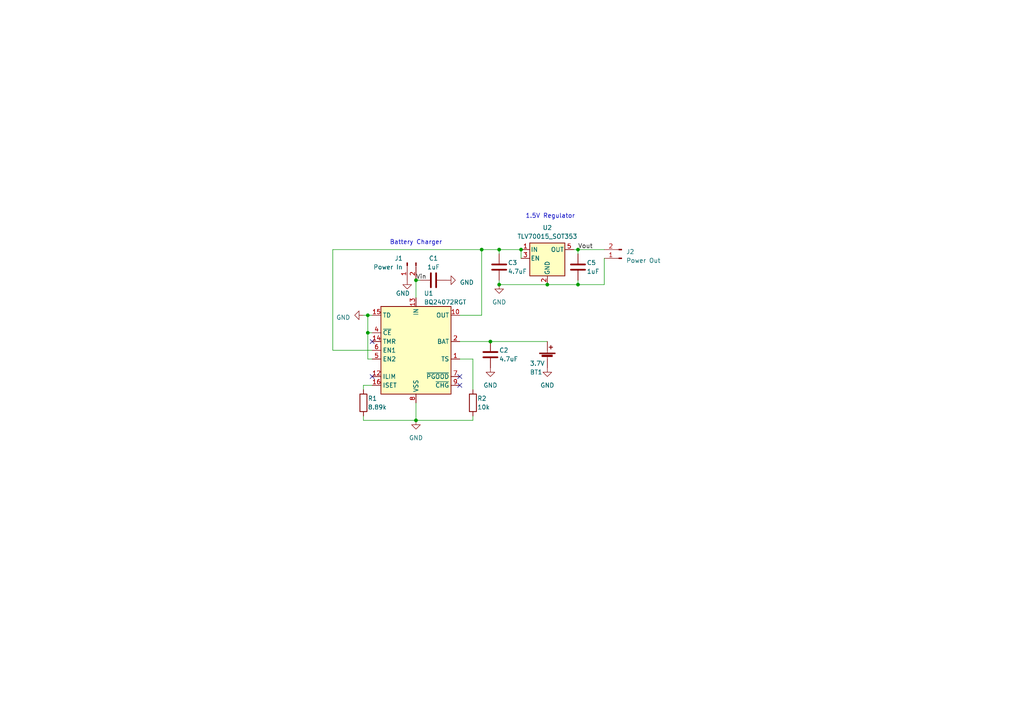
<source format=kicad_sch>
(kicad_sch (version 20231120) (generator "eeschema") (generator_version "8.0")
  (paper "A4")
  (lib_symbols
    (symbol "Battery_Management:BQ24073RGT"
      (property "Reference" "U" (at -8.89 13.97 0))
      (property "Value" "BQ24073RGT" (at 16.51 13.97 0))
      (symbol "BQ24073RGT_0_1"
        (rectangle (start -10.16 12.7) (end 10.16 -12.7) (stroke (width 0.254)) (fill (type background)))
      )
      (symbol "BQ24073RGT_1_1"
        (pin passive line (at 12.7 -2.54 180) (length 2.54) (name "TS") (number "1"))
        (pin power_out line (at 12.7 10.16 180) (length 2.54) (name "OUT") (number "10"))
        (pin passive line (at 12.7 10.16 180) (length 2.54) hide (name "OUT") (number "11"))
        (pin passive line (at -12.7 -7.62 0) (length 2.54) (name "ILIM") (number "12"))
        (pin power_in line (at 0 15.24 270) (length 2.54) (name "IN") (number "13"))
        (pin input line (at -12.7 2.54 0) (length 2.54) (name "TMR") (number "14"))
        (pin input line (at -12.7 10.16 0) (length 2.54) (name "TD") (number "15"))
        (pin passive line (at -12.7 -10.16 0) (length 2.54) (name "ISET") (number "16"))
        (pin passive line (at 0 -15.24 90) (length 2.54) hide (name "VSS") (number "17"))
        (pin power_out line (at 12.7 2.54 180) (length 2.54) (name "BAT") (number "2"))
        (pin passive line (at 12.7 2.54 180) (length 2.54) hide (name "BAT") (number "3"))
        (pin input line (at -12.7 5.08 0) (length 2.54) (name "~{CE}") (number "4"))
        (pin input line (at -12.7 -2.54 0) (length 2.54) (name "EN2") (number "5"))
        (pin input line (at -12.7 0 0) (length 2.54) (name "EN1") (number "6"))
        (pin open_collector line (at 12.7 -7.62 180) (length 2.54) (name "~{PGOOD}") (number "7"))
        (pin power_in line (at 0 -15.24 90) (length 2.54) (name "VSS") (number "8"))
        (pin open_collector line (at 12.7 -10.16 180) (length 2.54) (name "~{CHG}") (number "9"))
      )
    )
    (symbol "Connector:Conn_01x02_Pin" (pin_names (offset 1.016) hide)
      (property "Reference" "J" (at 0 2.54 0))
      (property "Value" "Conn_01x02_Pin" (at 0 -5.08 0))
      (symbol "Conn_01x02_Pin_1_1"
        (polyline (pts (xy 1.27 -2.54) (xy 0.8636 -2.54)) (stroke (width 0.1524)))
        (polyline (pts (xy 1.27 0) (xy 0.8636 0)) (stroke (width 0.1524)))
        (rectangle (start 0.8636 -2.413) (end 0 -2.667) (stroke (width 0.1524)) (fill (type outline)))
        (rectangle (start 0.8636 0.127) (end 0 -0.127) (stroke (width 0.1524)) (fill (type outline)))
        (pin passive line (at 5.08 0 180) (length 3.81) (name "Pin_1") (number "1"))
        (pin passive line (at 5.08 -2.54 180) (length 3.81) (name "Pin_2") (number "2"))
      )
    )
    (symbol "Device:Battery_Cell" (pin_numbers hide) (pin_names (offset 0) hide)
      (property "Reference" "BT" (at 2.54 2.54 0))
      (property "Value" "Battery_Cell" (at 2.54 0 0))
      (symbol "Battery_Cell_0_1"
        (rectangle (start -2.286 1.778) (end 2.286 1.524) (fill (type outline)))
        (rectangle (start -1.5748 1.1938) (end 1.4732 0.6858) (fill (type outline)))
        (polyline (pts (xy 0 0.762) (xy 0 0)))
        (polyline (pts (xy 0 1.778) (xy 0 2.54)))
        (polyline (pts (xy 0.508 3.429) (xy 1.524 3.429)) (stroke (width 0.254)))
        (polyline (pts (xy 1.016 3.937) (xy 1.016 2.921)) (stroke (width 0.254)))
      )
      (symbol "Battery_Cell_1_1"
        (pin passive line (at 0 5.08 270) (length 2.54) (name "+") (number "1"))
        (pin passive line (at 0 -2.54 90) (length 2.54) (name "-") (number "2"))
      )
    )
    (symbol "Device:C" (pin_numbers hide) (pin_names (offset 0.254))
      (property "Reference" "C" (at 0.635 2.54 0))
      (property "Value" "C" (at 0.635 -2.54 0))
      (symbol "C_0_1"
        (polyline (pts (xy -2.032 -0.762) (xy 2.032 -0.762)) (stroke (width 0.508)))
        (polyline (pts (xy -2.032 0.762) (xy 2.032 0.762)) (stroke (width 0.508)))
      )
      (symbol "C_1_1"
        (pin passive line (at 0 3.81 270) (length 2.794) (name "~") (number "1"))
        (pin passive line (at 0 -3.81 90) (length 2.794) (name "~") (number "2"))
      )
    )
    (symbol "Device:R" (pin_numbers hide) (pin_names (offset 0))
      (property "Reference" "R" (at 2.032 0 90))
      (property "Value" "R" (at 0 0 90))
      (symbol "R_0_1"
        (rectangle (start -1.016 -2.54) (end 1.016 2.54) (stroke (width 0.254)))
      )
      (symbol "R_1_1"
        (pin passive line (at 0 3.81 270) (length 1.27) (name "~") (number "1"))
        (pin passive line (at 0 -3.81 90) (length 1.27) (name "~") (number "2"))
      )
    )
    (symbol "Regulator_Linear:TLV70015_SOT353" (pin_names (offset 0.254))
      (property "Reference" "U" (at -3.81 5.715 0))
      (property "Value" "TLV70015_SOT353" (at 0 5.715 0))
      (symbol "TLV70015_SOT353_0_1"
        (rectangle (start -5.08 4.445) (end 5.08 -5.08) (stroke (width 0.254)) (fill (type background)))
      )
      (symbol "TLV70015_SOT353_1_1"
        (pin power_in line (at -7.62 2.54 0) (length 2.54) (name "IN") (number "1"))
        (pin power_in line (at 0 -7.62 90) (length 2.54) (name "GND") (number "2"))
        (pin input line (at -7.62 0 0) (length 2.54) (name "EN") (number "3"))
        (pin no_connect line (at 5.08 0 180) (length 2.54) hide (name "NC") (number "4"))
        (pin power_out line (at 7.62 2.54 180) (length 2.54) (name "OUT") (number "5"))
      )
    )
    (symbol "power:GND" (power) (pin_names (offset 0))
      (property "Value" "GND" (at 0 -3.81 0))
      (symbol "GND_0_1"
        (polyline (pts (xy 0 0) (xy 0 -1.27) (xy 1.27 -1.27) (xy 0 -2.54) (xy -1.27 -1.27) (xy 0 -1.27)))
      )
      (symbol "GND_1_1"
        (pin power_in line (at 0 0 270) (length 0) hide (name "GND") (number "1"))
      )
    )
  )
  (junction (at 139.7 72.39))
  (junction (at 158.75 82.55))
  (junction (at 167.64 82.55))
  (junction (at 144.78 72.39))
  (junction (at 120.65 121.92))
  (junction (at 151.13 72.39))
  (junction (at 144.78 82.55))
  (junction (at 106.68 91.44))
  (junction (at 167.64 72.39))
  (junction (at 142.24 99.06))
  (junction (at 120.65 81.28))
  (junction (at 106.68 96.52))
  (no_connect (at 107.95 99.06))
  (no_connect (at 133.35 109.22))
  (no_connect (at 133.35 111.76))
  (no_connect (at 107.95 109.22))
  (wire (pts (xy 144.78 81.28) (xy 144.78 82.55)))
  (wire (pts (xy 106.68 96.52) (xy 106.68 91.44)))
  (wire (pts (xy 151.13 72.39) (xy 151.13 74.93)))
  (wire (pts (xy 105.41 121.92) (xy 105.41 120.65)))
  (wire (pts (xy 175.26 74.93) (xy 175.26 82.55)))
  (wire (pts (xy 167.64 81.28) (xy 167.64 82.55)))
  (wire (pts (xy 158.75 82.55) (xy 167.64 82.55)))
  (wire (pts (xy 107.95 96.52) (xy 106.68 96.52)))
  (wire (pts (xy 142.24 99.06) (xy 158.75 99.06)))
  (wire (pts (xy 105.41 111.76) (xy 105.41 113.03)))
  (wire (pts (xy 167.64 72.39) (xy 175.26 72.39)))
  (wire (pts (xy 106.68 96.52) (xy 106.68 104.14)))
  (wire (pts (xy 133.35 99.06) (xy 142.24 99.06)))
  (wire (pts (xy 96.52 101.6) (xy 96.52 72.39)))
  (wire (pts (xy 166.37 72.39) (xy 167.64 72.39)))
  (wire (pts (xy 144.78 82.55) (xy 158.75 82.55)))
  (wire (pts (xy 139.7 72.39) (xy 144.78 72.39)))
  (wire (pts (xy 121.92 81.28) (xy 120.65 81.28)))
  (wire (pts (xy 107.95 111.76) (xy 105.41 111.76)))
  (wire (pts (xy 167.64 73.66) (xy 167.64 72.39)))
  (wire (pts (xy 139.7 72.39) (xy 139.7 91.44)))
  (wire (pts (xy 120.65 116.84) (xy 120.65 121.92)))
  (wire (pts (xy 133.35 104.14) (xy 137.16 104.14)))
  (wire (pts (xy 167.64 82.55) (xy 175.26 82.55)))
  (wire (pts (xy 137.16 104.14) (xy 137.16 113.03)))
  (wire (pts (xy 137.16 121.92) (xy 120.65 121.92)))
  (wire (pts (xy 105.41 91.44) (xy 106.68 91.44)))
  (wire (pts (xy 106.68 91.44) (xy 107.95 91.44)))
  (wire (pts (xy 144.78 72.39) (xy 151.13 72.39)))
  (wire (pts (xy 133.35 91.44) (xy 139.7 91.44)))
  (wire (pts (xy 96.52 72.39) (xy 139.7 72.39)))
  (wire (pts (xy 106.68 104.14) (xy 107.95 104.14)))
  (wire (pts (xy 137.16 120.65) (xy 137.16 121.92)))
  (wire (pts (xy 144.78 73.66) (xy 144.78 72.39)))
  (wire (pts (xy 120.65 81.28) (xy 120.65 86.36)))
  (wire (pts (xy 105.41 121.92) (xy 120.65 121.92)))
  (wire (pts (xy 96.52 101.6) (xy 107.95 101.6)))
  (text "Battery Charger\n" (at 113.03 71.12 0) (effects (font (size 1.27 1.27)) (justify left bottom)))
  (text "1.5V Regulator\n" (at 152.4 63.5 0) (effects (font (size 1.27 1.27)) (justify left bottom)))
  (label "Vin" (at 120.65 81.28 0))
  (label "Vout" (at 167.64 72.39 0))
  (symbol (lib_id "Battery_Management:BQ24073RGT") (at 120.65 101.6 0) (unit 1)
    (property "Reference" "U1" (at 122.936 85.09 0) (effects (justify left)))
    (property "Value" "BQ24072RGT" (at 122.936 87.63 0) (effects (justify left)))
    (property "Footprint" "Package_DFN_QFN:VQFN-16-1EP_3x3mm_P0.5mm_EP1.68x1.68mm" (effects (hide yes)))
    (property "Datasheet" "http://www.ti.com/lit/ds/symlink/bq24073.pdf" (effects (hide yes)))
  )
  (symbol (lib_id "Device:Battery_Cell") (at 158.75 104.14 0) (unit 1)
    (property "Reference" "BT1" (at 153.67 107.95 0) (effects (justify left)))
    (property "Value" "3.7V" (at 153.67 105.41 0) (effects (justify left)))
    (property "Footprint" "Connector_PinHeader_2.54mm:PinHeader_1x02_P2.54mm_Vertical" (effects (hide yes)))
  )
  (symbol (lib_id "power:GND") (at 118.11 81.28 0) (unit 1)
    (property "Reference" "#PWR02" (effects (hide yes)))
    (property "Value" "GND" (at 116.84 85.09 0))
  )
  (symbol (lib_id "Device:R") (at 137.16 116.84 0) (unit 1)
    (property "Reference" "R2" (at 138.43 115.57 0) (effects (justify left)))
    (property "Value" "10k" (at 138.43 118.11 0) (effects (justify left)))
    (property "Footprint" "Resistor_SMD:R_0402_1005Metric_Pad0.72x0.64mm_HandSolder" (effects (hide yes)))
  )
  (symbol (lib_id "Device:C") (at 142.24 102.87 0) (unit 1)
    (property "Reference" "C2" (at 144.78 101.6 0) (effects (justify left)))
    (property "Value" "4.7uF" (at 144.78 104.14 0) (effects (justify left)))
    (property "Footprint" "Capacitor_SMD:C_0402_1005Metric_Pad0.74x0.62mm_HandSolder" (effects (hide yes)))
  )
  (symbol (lib_id "power:GND") (at 158.75 106.68 0) (unit 1)
    (property "Reference" "#PWR07" (effects (hide yes)))
    (property "Value" "GND" (at 158.75 111.76 0))
  )
  (symbol (lib_id "power:GND") (at 129.54 81.28 90) (unit 1)
    (property "Reference" "#PWR04" (effects (hide yes)))
    (property "Value" "GND" (at 133.35 81.915 90) (effects (justify right)))
  )
  (symbol (lib_id "Device:C") (at 125.73 81.28 90) (unit 1)
    (property "Reference" "C1" (at 125.73 74.93 90))
    (property "Value" "1uF" (at 125.73 77.47 90))
    (property "Footprint" "Capacitor_SMD:C_0402_1005Metric_Pad0.74x0.62mm_HandSolder" (effects (hide yes)))
  )
  (symbol (lib_id "power:GND") (at 120.65 121.92 0) (unit 1)
    (property "Reference" "#PWR03" (effects (hide yes)))
    (property "Value" "GND" (at 120.65 127 0))
  )
  (symbol (lib_id "Device:C") (at 167.64 77.47 0) (unit 1)
    (property "Reference" "C5" (at 170.18 76.2 0) (effects (justify left)))
    (property "Value" "1uF" (at 170.18 78.74 0) (effects (justify left)))
    (property "Footprint" "Capacitor_SMD:C_0402_1005Metric_Pad0.74x0.62mm_HandSolder" (effects (hide yes)))
  )
  (symbol (lib_id "power:GND") (at 142.24 106.68 0) (unit 1)
    (property "Reference" "#PWR05" (effects (hide yes)))
    (property "Value" "GND" (at 142.24 111.76 0))
  )
  (symbol (lib_id "Device:R") (at 105.41 116.84 0) (unit 1)
    (property "Reference" "R1" (at 106.68 115.57 0) (effects (justify left)))
    (property "Value" "8.89k" (at 106.68 118.11 0) (effects (justify left)))
    (property "Footprint" "Resistor_SMD:R_0402_1005Metric_Pad0.72x0.64mm_HandSolder" (effects (hide yes)))
  )
  (symbol (lib_id "Connector:Conn_01x02_Pin") (at 118.11 76.2 90) (mirror x) (unit 1)
    (property "Reference" "J1" (at 116.84 74.93 90) (effects (justify left)))
    (property "Value" "Power In" (at 116.84 77.47 90) (effects (justify left)))
    (property "Footprint" "Connector_PinHeader_2.54mm:PinHeader_1x02_P2.54mm_Vertical" (effects (hide yes)))
  )
  (symbol (lib_id "power:GND") (at 144.78 82.55 0) (unit 1)
    (property "Reference" "#PWR06" (effects (hide yes)))
    (property "Value" "GND" (at 144.78 87.63 0))
  )
  (symbol (lib_id "Connector:Conn_01x02_Pin") (at 180.34 74.93 180) (unit 1)
    (property "Reference" "J2" (at 181.61 73.025 0) (effects (justify right)))
    (property "Value" "Power Out" (at 181.61 75.565 0) (effects (justify right)))
    (property "Footprint" "Connector_PinHeader_2.54mm:PinHeader_1x02_P2.54mm_Vertical" (effects (hide yes)))
  )
  (symbol (lib_id "Device:C") (at 144.78 77.47 0) (unit 1)
    (property "Reference" "C3" (at 147.32 76.2 0) (effects (justify left)))
    (property "Value" "4.7uF" (at 147.32 78.74 0) (effects (justify left)))
    (property "Footprint" "Capacitor_SMD:C_0402_1005Metric_Pad0.74x0.62mm_HandSolder" (effects (hide yes)))
  )
  (symbol (lib_id "Regulator_Linear:TLV70015_SOT353") (at 158.75 74.93 0) (unit 1)
    (property "Reference" "U2" (at 158.75 66.04 0))
    (property "Value" "TLV70015_SOT353" (at 158.75 68.58 0))
    (property "Footprint" "Package_TO_SOT_SMD:SOT-353_SC-70-5" (effects (hide yes)))
    (property "Datasheet" "http://www.ti.com/lit/ds/symlink/tlv700.pdf" (effects (hide yes)))
  )
  (symbol (lib_id "power:GND") (at 105.41 91.44 270) (unit 1)
    (property "Reference" "#PWR01" (effects (hide yes)))
    (property "Value" "GND" (at 101.6 92.075 90) (effects (justify right)))
  )
)
</source>
